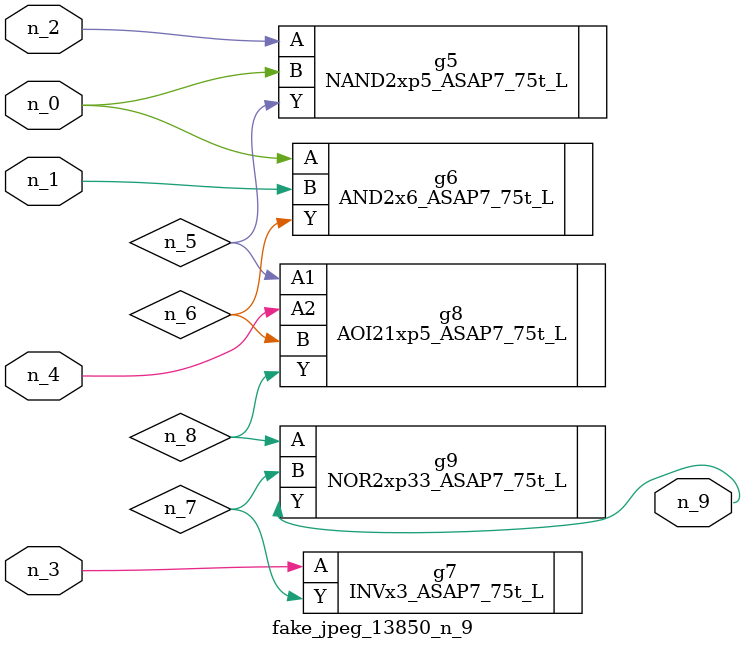
<source format=v>
module fake_jpeg_13850_n_9 (n_3, n_2, n_1, n_0, n_4, n_9);

input n_3;
input n_2;
input n_1;
input n_0;
input n_4;

output n_9;

wire n_8;
wire n_6;
wire n_5;
wire n_7;

NAND2xp5_ASAP7_75t_L g5 ( 
.A(n_2),
.B(n_0),
.Y(n_5)
);

AND2x6_ASAP7_75t_L g6 ( 
.A(n_0),
.B(n_1),
.Y(n_6)
);

INVx3_ASAP7_75t_L g7 ( 
.A(n_3),
.Y(n_7)
);

AOI21xp5_ASAP7_75t_L g8 ( 
.A1(n_5),
.A2(n_4),
.B(n_6),
.Y(n_8)
);

NOR2xp33_ASAP7_75t_L g9 ( 
.A(n_8),
.B(n_7),
.Y(n_9)
);


endmodule
</source>
